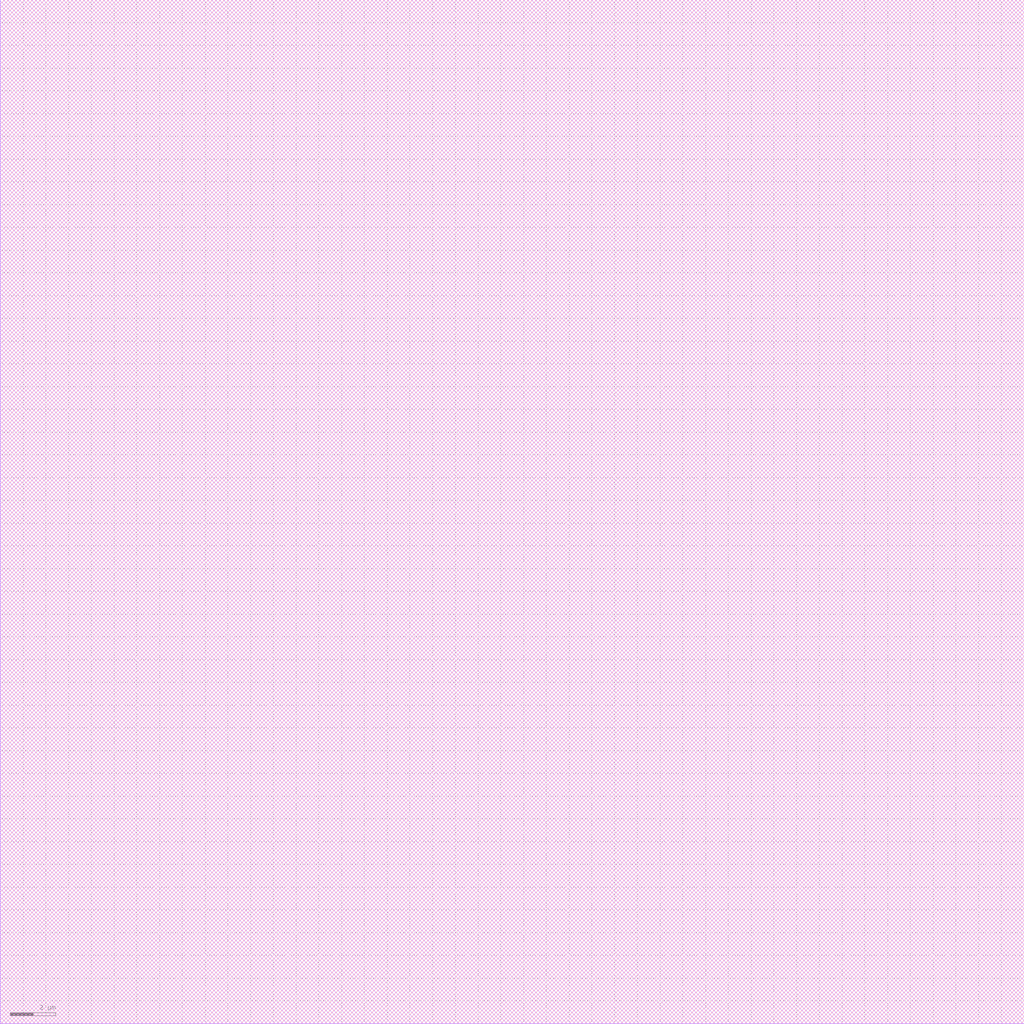
<source format=lef>
VERSION 5.7 ;
  NOWIREEXTENSIONATPIN ON ;
  DIVIDERCHAR "/" ;
  BUSBITCHARS "[]" ;
MACRO emptybox_45_45
  CLASS BLOCK ;
  FOREIGN emptybox_45_45 ;
  ORIGIN 0.000 0.000 ;
  SIZE 45.000 BY 45.000 ;
  OBS
      LAYER met1 ;
        RECT 0 0 45 45 ;
  END
END emptybox_45_45
END LIBRARY


</source>
